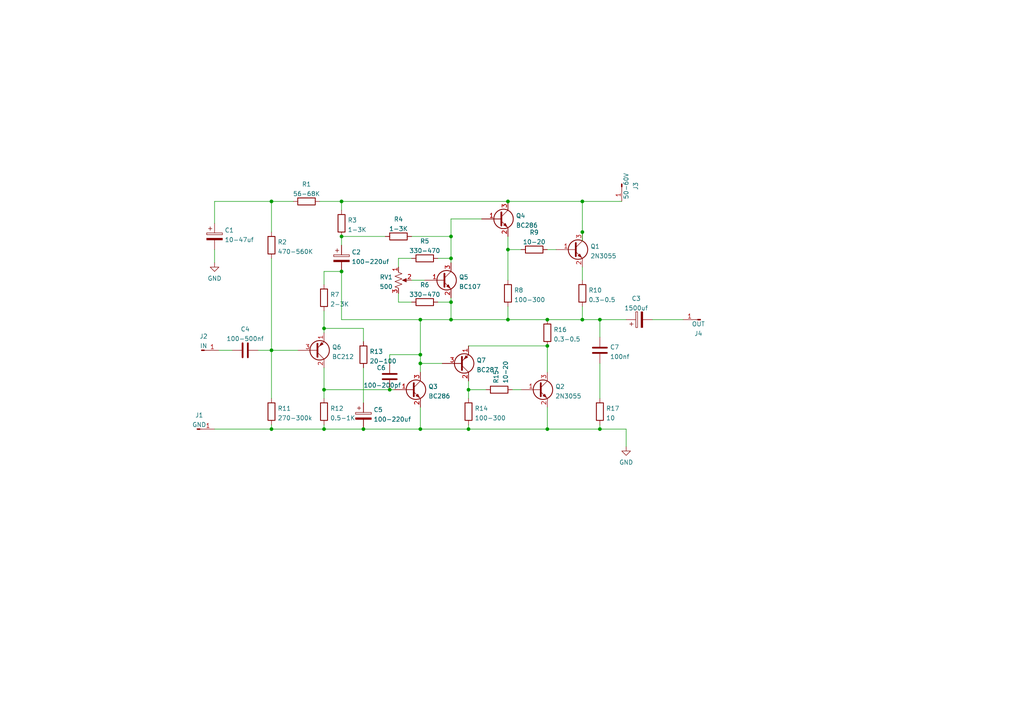
<source format=kicad_sch>
(kicad_sch (version 20211123) (generator eeschema)
  (paper "A4")
  (lib_symbols
    (symbol "Connector:Conn_01x01_Male" (pin_names (offset 1.016) hide)
      (property "Reference" "J" (at 0 2.54 0))
      (property "Value" "Conn_01x01_Male" (at 0 -2.54 0))
      (symbol "Conn_01x01_Male_1_1"
        (polyline (pts (xy 1.27 0) (xy 0.8636 0)) (stroke (width 0.1524)))
        (rectangle (start 0.8636 0.127) (end 0 -0.127) (stroke (width 0.1524)) (fill (type outline)))
        (pin passive line (at 5.08 0 180) (length 3.81) (name "Pin_1") (number "1"))
      )
    )
    (symbol "Device:C" (pin_numbers hide) (pin_names (offset 0.254))
      (property "Reference" "C" (at 0.635 2.54 0))
      (property "Value" "C" (at 0.635 -2.54 0))
      (symbol "C_0_1"
        (polyline (pts (xy -2.032 -0.762) (xy 2.032 -0.762)) (stroke (width 0.508)))
        (polyline (pts (xy -2.032 0.762) (xy 2.032 0.762)) (stroke (width 0.508)))
      )
      (symbol "C_1_1"
        (pin passive line (at 0 3.81 270) (length 2.794) (name "~") (number "1"))
        (pin passive line (at 0 -3.81 90) (length 2.794) (name "~") (number "2"))
      )
    )
    (symbol "Device:C_Polarized" (pin_numbers hide) (pin_names (offset 0.254))
      (property "Reference" "C" (at 0.635 2.54 0))
      (property "Value" "C_Polarized" (at 0.635 -2.54 0))
      (symbol "C_Polarized_0_1"
        (rectangle (start -2.286 0.508) (end 2.286 1.016))
        (polyline (pts (xy -1.778 2.286) (xy -0.762 2.286)))
        (polyline (pts (xy -1.27 2.794) (xy -1.27 1.778)))
        (rectangle (start 2.286 -0.508) (end -2.286 -1.016) (fill (type outline)))
      )
      (symbol "C_Polarized_1_1"
        (pin passive line (at 0 3.81 270) (length 2.794) (name "~") (number "1"))
        (pin passive line (at 0 -3.81 90) (length 2.794) (name "~") (number "2"))
      )
    )
    (symbol "Device:Q_NPN_BEC" (pin_names (offset 0) hide)
      (property "Reference" "Q" (at 5.08 1.27 0))
      (property "Value" "Q_NPN_BEC" (at 5.08 -1.27 0))
      (symbol "Q_NPN_BEC_0_1"
        (polyline (pts (xy 0.635 0.635) (xy 2.54 2.54)))
        (polyline (pts (xy 0.635 -0.635) (xy 2.54 -2.54) (xy 2.54 -2.54)))
        (polyline (pts (xy 0.635 1.905) (xy 0.635 -1.905) (xy 0.635 -1.905)) (stroke (width 0.508)))
        (polyline (pts (xy 1.27 -1.778) (xy 1.778 -1.27) (xy 2.286 -2.286) (xy 1.27 -1.778) (xy 1.27 -1.778)) (fill (type outline)))
        (circle (center 1.27 0) (radius 2.8194) (stroke (width 0.254)))
      )
      (symbol "Q_NPN_BEC_1_1"
        (pin input line (at -5.08 0 0) (length 5.715) (name "B") (number "1"))
        (pin passive line (at 2.54 -5.08 90) (length 2.54) (name "E") (number "2"))
        (pin passive line (at 2.54 5.08 270) (length 2.54) (name "C") (number "3"))
      )
    )
    (symbol "Device:Q_PNP_ECB" (pin_names (offset 0) hide)
      (property "Reference" "Q" (at 5.08 1.27 0))
      (property "Value" "Q_PNP_ECB" (at 5.08 -1.27 0))
      (symbol "Q_PNP_ECB_0_1"
        (polyline (pts (xy 0.635 0.635) (xy 2.54 2.54)))
        (polyline (pts (xy 0.635 -0.635) (xy 2.54 -2.54) (xy 2.54 -2.54)))
        (polyline (pts (xy 0.635 1.905) (xy 0.635 -1.905) (xy 0.635 -1.905)) (stroke (width 0.508)))
        (polyline (pts (xy 2.286 -1.778) (xy 1.778 -2.286) (xy 1.27 -1.27) (xy 2.286 -1.778) (xy 2.286 -1.778)) (fill (type outline)))
        (circle (center 1.27 0) (radius 2.8194) (stroke (width 0.254)))
      )
      (symbol "Q_PNP_ECB_1_1"
        (pin passive line (at 2.54 -5.08 90) (length 2.54) (name "E") (number "1"))
        (pin passive line (at 2.54 5.08 270) (length 2.54) (name "C") (number "2"))
        (pin input line (at -5.08 0 0) (length 5.715) (name "B") (number "3"))
      )
    )
    (symbol "Device:R" (pin_numbers hide) (pin_names (offset 0))
      (property "Reference" "R" (at 2.032 0 90))
      (property "Value" "R" (at 0 0 90))
      (symbol "R_0_1"
        (rectangle (start -1.016 -2.54) (end 1.016 2.54) (stroke (width 0.254)))
      )
      (symbol "R_1_1"
        (pin passive line (at 0 3.81 270) (length 1.27) (name "~") (number "1"))
        (pin passive line (at 0 -3.81 90) (length 1.27) (name "~") (number "2"))
      )
    )
    (symbol "Device:R_Potentiometer_US" (pin_names (offset 1.016) hide)
      (property "Reference" "RV" (at -4.445 0 90))
      (property "Value" "R_Potentiometer_US" (at -2.54 0 90))
      (symbol "R_Potentiometer_US_0_1"
        (polyline (pts (xy 0 -2.286) (xy 0 -2.54)))
        (polyline (pts (xy 0 2.54) (xy 0 2.286)))
        (polyline (pts (xy 2.54 0) (xy 1.524 0)))
        (polyline (pts (xy 1.143 0) (xy 2.286 0.508) (xy 2.286 -0.508) (xy 1.143 0)) (fill (type outline)))
        (polyline (pts (xy 0 -0.762) (xy 1.016 -1.143) (xy 0 -1.524) (xy -1.016 -1.905) (xy 0 -2.286)))
        (polyline (pts (xy 0 0.762) (xy 1.016 0.381) (xy 0 0) (xy -1.016 -0.381) (xy 0 -0.762)))
        (polyline (pts (xy 0 2.286) (xy 1.016 1.905) (xy 0 1.524) (xy -1.016 1.143) (xy 0 0.762)))
      )
      (symbol "R_Potentiometer_US_1_1"
        (pin passive line (at 0 3.81 270) (length 1.27) (name "1") (number "1"))
        (pin passive line (at 3.81 0 180) (length 1.27) (name "2") (number "2"))
        (pin passive line (at 0 -3.81 90) (length 1.27) (name "3") (number "3"))
      )
    )
    (symbol "power:GND" (power) (pin_names (offset 0))
      (property "Value" "GND" (at 0 -3.81 0))
      (symbol "GND_0_1"
        (polyline (pts (xy 0 0) (xy 0 -1.27) (xy 1.27 -1.27) (xy 0 -2.54) (xy -1.27 -1.27) (xy 0 -1.27)))
      )
      (symbol "GND_1_1"
        (pin power_in line (at 0 0 270) (length 0) hide (name "GND") (number "1"))
      )
    )
  )
  (junction (at 147.32 58.42))
  (junction (at 168.91 58.42))
  (junction (at 93.98 124.46))
  (junction (at 130.81 92.71))
  (junction (at 121.92 92.71))
  (junction (at 121.92 124.46))
  (junction (at 78.74 101.6))
  (junction (at 168.91 92.71))
  (junction (at 173.99 92.71))
  (junction (at 99.06 68.58))
  (junction (at 78.74 58.42))
  (junction (at 121.92 105.41))
  (junction (at 147.32 92.71))
  (junction (at 121.92 102.87))
  (junction (at 168.91 67.31))
  (junction (at 135.89 124.46))
  (junction (at 105.41 124.46))
  (junction (at 78.74 124.46))
  (junction (at 130.81 74.93))
  (junction (at 135.89 113.03))
  (junction (at 158.75 100.33))
  (junction (at 173.99 124.46))
  (junction (at 130.81 68.58))
  (junction (at 113.03 113.03))
  (junction (at 130.81 87.63))
  (junction (at 147.32 72.39))
  (junction (at 158.75 124.46))
  (junction (at 93.98 95.25))
  (junction (at 93.98 113.03))
  (junction (at 158.75 92.71))
  (junction (at 99.06 58.42))
  (junction (at 99.06 78.74))
  (wire (pts (xy 135.89 110.49) (xy 135.89 113.03)))
  (wire (pts (xy 113.03 105.41) (xy 113.03 102.87)))
  (wire (pts (xy 114.3 113.03) (xy 113.03 113.03)))
  (wire (pts (xy 168.91 69.85) (xy 168.91 67.31)))
  (wire (pts (xy 147.32 72.39) (xy 151.13 72.39)))
  (wire (pts (xy 158.75 100.33) (xy 158.75 107.95)))
  (wire (pts (xy 119.38 74.93) (xy 115.57 74.93)))
  (wire (pts (xy 130.81 68.58) (xy 130.81 74.93)))
  (wire (pts (xy 189.23 92.71) (xy 198.12 92.71)))
  (wire (pts (xy 158.75 118.11) (xy 158.75 124.46)))
  (wire (pts (xy 99.06 78.74) (xy 99.06 92.71)))
  (wire (pts (xy 130.81 63.5) (xy 130.81 68.58)))
  (wire (pts (xy 115.57 74.93) (xy 115.57 77.47)))
  (wire (pts (xy 99.06 68.58) (xy 111.76 68.58)))
  (wire (pts (xy 78.74 58.42) (xy 85.09 58.42)))
  (wire (pts (xy 119.38 81.28) (xy 123.19 81.28)))
  (wire (pts (xy 135.89 123.19) (xy 135.89 124.46)))
  (wire (pts (xy 93.98 123.19) (xy 93.98 124.46)))
  (wire (pts (xy 127 87.63) (xy 130.81 87.63)))
  (wire (pts (xy 168.91 58.42) (xy 180.34 58.42)))
  (wire (pts (xy 135.89 113.03) (xy 140.97 113.03)))
  (wire (pts (xy 93.98 78.74) (xy 99.06 78.74)))
  (wire (pts (xy 93.98 106.68) (xy 93.98 113.03)))
  (wire (pts (xy 63.5 101.6) (xy 67.31 101.6)))
  (wire (pts (xy 62.23 64.77) (xy 62.23 58.42)))
  (wire (pts (xy 105.41 124.46) (xy 93.98 124.46)))
  (wire (pts (xy 147.32 68.58) (xy 147.32 72.39)))
  (wire (pts (xy 121.92 118.11) (xy 121.92 124.46)))
  (wire (pts (xy 115.57 85.09) (xy 115.57 87.63)))
  (wire (pts (xy 181.61 129.54) (xy 181.61 124.46)))
  (wire (pts (xy 158.75 92.71) (xy 168.91 92.71)))
  (wire (pts (xy 135.89 113.03) (xy 135.89 115.57)))
  (wire (pts (xy 173.99 92.71) (xy 181.61 92.71)))
  (wire (pts (xy 130.81 87.63) (xy 130.81 92.71)))
  (wire (pts (xy 173.99 124.46) (xy 158.75 124.46)))
  (wire (pts (xy 92.71 58.42) (xy 99.06 58.42)))
  (wire (pts (xy 93.98 95.25) (xy 93.98 96.52)))
  (wire (pts (xy 99.06 58.42) (xy 99.06 60.96)))
  (wire (pts (xy 147.32 72.39) (xy 147.32 81.28)))
  (wire (pts (xy 78.74 101.6) (xy 86.36 101.6)))
  (wire (pts (xy 121.92 105.41) (xy 128.27 105.41)))
  (wire (pts (xy 105.41 116.84) (xy 105.41 106.68)))
  (wire (pts (xy 168.91 88.9) (xy 168.91 92.71)))
  (wire (pts (xy 158.75 72.39) (xy 161.29 72.39)))
  (wire (pts (xy 173.99 92.71) (xy 173.99 97.79)))
  (wire (pts (xy 99.06 58.42) (xy 147.32 58.42)))
  (wire (pts (xy 78.74 123.19) (xy 78.74 124.46)))
  (wire (pts (xy 74.93 101.6) (xy 78.74 101.6)))
  (wire (pts (xy 115.57 87.63) (xy 119.38 87.63)))
  (wire (pts (xy 173.99 105.41) (xy 173.99 115.57)))
  (wire (pts (xy 121.92 92.71) (xy 121.92 102.87)))
  (wire (pts (xy 147.32 88.9) (xy 147.32 92.71)))
  (wire (pts (xy 173.99 123.19) (xy 173.99 124.46)))
  (wire (pts (xy 130.81 86.36) (xy 130.81 87.63)))
  (wire (pts (xy 147.32 92.71) (xy 158.75 92.71)))
  (wire (pts (xy 78.74 74.93) (xy 78.74 101.6)))
  (wire (pts (xy 181.61 124.46) (xy 173.99 124.46)))
  (wire (pts (xy 147.32 58.42) (xy 168.91 58.42)))
  (wire (pts (xy 113.03 113.03) (xy 93.98 113.03)))
  (wire (pts (xy 168.91 77.47) (xy 168.91 81.28)))
  (wire (pts (xy 105.41 95.25) (xy 93.98 95.25)))
  (wire (pts (xy 121.92 105.41) (xy 121.92 107.95)))
  (wire (pts (xy 62.23 72.39) (xy 62.23 76.2)))
  (wire (pts (xy 121.92 124.46) (xy 105.41 124.46)))
  (wire (pts (xy 121.92 102.87) (xy 121.92 105.41)))
  (wire (pts (xy 78.74 101.6) (xy 78.74 115.57)))
  (wire (pts (xy 130.81 74.93) (xy 130.81 76.2)))
  (wire (pts (xy 121.92 92.71) (xy 130.81 92.71)))
  (wire (pts (xy 130.81 92.71) (xy 147.32 92.71)))
  (wire (pts (xy 99.06 92.71) (xy 121.92 92.71)))
  (wire (pts (xy 135.89 124.46) (xy 121.92 124.46)))
  (wire (pts (xy 78.74 58.42) (xy 78.74 67.31)))
  (wire (pts (xy 62.23 58.42) (xy 78.74 58.42)))
  (wire (pts (xy 93.98 124.46) (xy 78.74 124.46)))
  (wire (pts (xy 93.98 113.03) (xy 93.98 115.57)))
  (wire (pts (xy 93.98 90.17) (xy 93.98 95.25)))
  (wire (pts (xy 119.38 68.58) (xy 130.81 68.58)))
  (wire (pts (xy 135.89 100.33) (xy 158.75 100.33)))
  (wire (pts (xy 99.06 68.58) (xy 99.06 71.12)))
  (wire (pts (xy 78.74 124.46) (xy 62.23 124.46)))
  (wire (pts (xy 113.03 102.87) (xy 121.92 102.87)))
  (wire (pts (xy 158.75 124.46) (xy 135.89 124.46)))
  (wire (pts (xy 168.91 67.31) (xy 168.91 58.42)))
  (wire (pts (xy 139.7 63.5) (xy 130.81 63.5)))
  (wire (pts (xy 168.91 92.71) (xy 173.99 92.71)))
  (wire (pts (xy 127 74.93) (xy 130.81 74.93)))
  (wire (pts (xy 148.59 113.03) (xy 151.13 113.03)))
  (wire (pts (xy 105.41 99.06) (xy 105.41 95.25)))
  (wire (pts (xy 93.98 82.55) (xy 93.98 78.74)))
  (symbol (lib_id "Connector:Conn_01x01_Male") (at 58.42 101.6 0) (unit 1)
    (property "Reference" "J2" (at 59.055 97.5573 0))
    (property "Value" "IN" (at 59.055 100.3324 0))
    (property "Footprint" "Connector_Wire:SolderWire-1.5sqmm_1x01_D1.7mm_OD3.9mm" (effects hide))
  )
  (symbol (lib_id "Device:C_Polarized") (at 99.06 74.93 0) (unit 1)
    (property "Reference" "C2" (at 101.981 73.1325 0) (effects (justify left)))
    (property "Value" "100-220uf" (at 101.981 75.9076 0) (effects (justify left)))
    (property "Footprint" "Capacitor_THT:CP_Radial_D10.0mm_P5.00mm_P7.50mm" (effects hide))
  )
  (symbol (lib_id "Device:Q_NPN_BEC") (at 166.37 72.39 0) (unit 1)
    (property "Reference" "Q1" (at 171.2214 71.4815 0) (effects (justify left)))
    (property "Value" "2N3055" (at 171.2214 74.2566 0) (effects (justify left)))
    (property "Footprint" "Package_TO_SOT_THT:TO-3" (effects hide))
  )
  (symbol (lib_id "Device:R") (at 135.89 119.38 0) (unit 1)
    (property "Reference" "R14" (at 137.668 118.4715 0) (effects (justify left)))
    (property "Value" "100-300" (at 137.668 121.2466 0) (effects (justify left)))
    (property "Footprint" "Resistor_THT:R_Axial_DIN0207_L6.3mm_D2.5mm_P7.62mm_Horizontal" (effects hide))
  )
  (symbol (lib_id "Device:R") (at 123.19 74.93 90) (unit 1)
    (property "Reference" "R5" (at 123.19 69.9475 90))
    (property "Value" "330-470" (at 123.19 72.7226 90))
    (property "Footprint" "Resistor_THT:R_Axial_DIN0207_L6.3mm_D2.5mm_P7.62mm_Horizontal" (effects hide))
  )
  (symbol (lib_id "power:GND") (at 181.61 129.54 0) (unit 1)
    (property "Reference" "#PWR0101" (effects hide))
    (property "Value" "GND" (at 181.61 134.1025 0))
  )
  (symbol (lib_id "Device:Q_PNP_ECB") (at 133.35 105.41 0) (mirror x) (unit 1)
    (property "Reference" "Q7" (at 138.2014 104.5015 0) (effects (justify left)))
    (property "Value" "BC287" (at 138.2014 107.2766 0) (effects (justify left)))
    (property "Footprint" "Package_TO_SOT_THT:TO-39-3" (effects hide))
  )
  (symbol (lib_id "Device:R") (at 158.75 96.52 0) (unit 1)
    (property "Reference" "R16" (at 160.528 95.6115 0) (effects (justify left)))
    (property "Value" "0.3-0.5" (at 160.528 98.3866 0) (effects (justify left)))
    (property "Footprint" "Resistor_THT:R_Axial_Power_L25.0mm_W9.0mm_P27.94mm" (effects hide))
  )
  (symbol (lib_id "Device:R") (at 105.41 102.87 0) (unit 1)
    (property "Reference" "R13" (at 107.188 101.9615 0) (effects (justify left)))
    (property "Value" "20-100" (at 107.188 104.7366 0) (effects (justify left)))
    (property "Footprint" "Resistor_THT:R_Axial_DIN0207_L6.3mm_D2.5mm_P7.62mm_Horizontal" (effects hide))
  )
  (symbol (lib_id "Device:R") (at 78.74 71.12 0) (unit 1)
    (property "Reference" "R2" (at 80.518 70.2115 0) (effects (justify left)))
    (property "Value" "470-560K" (at 80.518 72.9866 0) (effects (justify left)))
    (property "Footprint" "Resistor_THT:R_Axial_DIN0207_L6.3mm_D2.5mm_P7.62mm_Horizontal" (effects hide))
  )
  (symbol (lib_id "Device:Q_NPN_BEC") (at 144.78 63.5 0) (unit 1)
    (property "Reference" "Q4" (at 149.6314 62.5915 0) (effects (justify left)))
    (property "Value" "BC286" (at 149.6314 65.3666 0) (effects (justify left)))
    (property "Footprint" "Package_TO_SOT_THT:TO-39-3" (effects hide))
  )
  (symbol (lib_id "Device:R") (at 78.74 119.38 0) (unit 1)
    (property "Reference" "R11" (at 80.518 118.4715 0) (effects (justify left)))
    (property "Value" "270-300k" (at 80.518 121.2466 0) (effects (justify left)))
    (property "Footprint" "Resistor_THT:R_Axial_DIN0207_L6.3mm_D2.5mm_P7.62mm_Horizontal" (effects hide))
  )
  (symbol (lib_id "Connector:Conn_01x01_Male") (at 57.15 124.46 0) (unit 1)
    (property "Reference" "J1" (at 57.785 120.4173 0))
    (property "Value" "GND" (at 57.785 123.1924 0))
    (property "Footprint" "Custom Library:M4_Screw_Terminal" (effects hide))
  )
  (symbol (lib_id "Device:C") (at 113.03 109.22 0) (unit 1)
    (property "Reference" "C6" (at 109.22 106.68 0) (effects (justify left)))
    (property "Value" "100-200pf" (at 105.41 111.76 0) (effects (justify left)))
    (property "Footprint" "Capacitor_THT:C_Rect_L7.2mm_W4.5mm_P5.00mm_FKS2_FKP2_MKS2_MKP2" (effects hide))
  )
  (symbol (lib_id "Device:Q_NPN_BEC") (at 156.21 113.03 0) (unit 1)
    (property "Reference" "Q2" (at 161.0614 112.1215 0) (effects (justify left)))
    (property "Value" "2N3055" (at 161.0614 114.8966 0) (effects (justify left)))
    (property "Footprint" "Package_TO_SOT_THT:TO-3" (effects hide))
  )
  (symbol (lib_id "Device:R") (at 147.32 85.09 0) (unit 1)
    (property "Reference" "R8" (at 149.098 84.1815 0) (effects (justify left)))
    (property "Value" "100-300" (at 149.098 86.9566 0) (effects (justify left)))
    (property "Footprint" "Resistor_THT:R_Axial_DIN0207_L6.3mm_D2.5mm_P7.62mm_Horizontal" (effects hide))
  )
  (symbol (lib_id "Device:C_Polarized") (at 185.42 92.71 90) (unit 1)
    (property "Reference" "C3" (at 184.531 86.5845 90))
    (property "Value" "1500uf" (at 184.531 89.3596 90))
    (property "Footprint" "Capacitor_THT:CP_Radial_D18.0mm_P7.50mm" (effects hide))
  )
  (symbol (lib_id "Connector:Conn_01x01_Male") (at 203.2 92.71 180) (unit 1)
    (property "Reference" "J4" (at 202.565 96.7527 0))
    (property "Value" "OUT" (at 202.565 93.9776 0))
    (property "Footprint" "Custom Library:M4_Screw_Terminal" (effects hide))
  )
  (symbol (lib_id "Device:Q_NPN_BEC") (at 128.27 81.28 0) (unit 1)
    (property "Reference" "Q5" (at 133.1214 80.3715 0) (effects (justify left)))
    (property "Value" "BC107" (at 133.1214 83.1466 0) (effects (justify left)))
    (property "Footprint" "Package_TO_SOT_THT:TO-18-3" (effects hide))
  )
  (symbol (lib_id "Device:R") (at 173.99 119.38 0) (unit 1)
    (property "Reference" "R17" (at 175.768 118.4715 0) (effects (justify left)))
    (property "Value" "10" (at 175.768 121.2466 0) (effects (justify left)))
    (property "Footprint" "Resistor_THT:R_Axial_DIN0207_L6.3mm_D2.5mm_P7.62mm_Horizontal" (effects hide))
  )
  (symbol (lib_id "power:GND") (at 62.23 76.2 0) (unit 1)
    (property "Reference" "#PWR0102" (effects hide))
    (property "Value" "GND" (at 62.23 80.7625 0))
  )
  (symbol (lib_id "Device:R_Potentiometer_US") (at 115.57 81.28 0) (unit 1)
    (property "Reference" "RV1" (at 113.919 80.3715 0) (effects (justify right)))
    (property "Value" "500" (at 113.919 83.1466 0) (effects (justify right)))
    (property "Footprint" "Potentiometer_THT:Potentiometer_Bourns_3296W_Vertical" (effects hide))
  )
  (symbol (lib_id "Device:R") (at 93.98 86.36 0) (unit 1)
    (property "Reference" "R7" (at 95.758 85.4515 0) (effects (justify left)))
    (property "Value" "2-3K" (at 95.758 88.2266 0) (effects (justify left)))
    (property "Footprint" "Resistor_THT:R_Axial_DIN0207_L6.3mm_D2.5mm_P7.62mm_Horizontal" (effects hide))
  )
  (symbol (lib_id "Device:C") (at 173.99 101.6 0) (unit 1)
    (property "Reference" "C7" (at 176.911 100.6915 0) (effects (justify left)))
    (property "Value" "100nf" (at 176.911 103.4666 0) (effects (justify left)))
    (property "Footprint" "Capacitor_THT:C_Rect_L7.2mm_W4.5mm_P5.00mm_FKS2_FKP2_MKS2_MKP2" (effects hide))
  )
  (symbol (lib_id "Device:C") (at 71.12 101.6 90) (unit 1)
    (property "Reference" "C4" (at 71.12 95.4745 90))
    (property "Value" "100-500nf" (at 71.12 98.2496 90))
    (property "Footprint" "Capacitor_THT:C_Rect_L7.2mm_W4.5mm_P5.00mm_FKS2_FKP2_MKS2_MKP2" (effects hide))
  )
  (symbol (lib_id "Device:R") (at 168.91 85.09 0) (unit 1)
    (property "Reference" "R10" (at 170.688 84.1815 0) (effects (justify left)))
    (property "Value" "0.3-0.5" (at 170.688 86.9566 0) (effects (justify left)))
    (property "Footprint" "Resistor_THT:R_Axial_Power_L25.0mm_W9.0mm_P27.94mm" (effects hide))
  )
  (symbol (lib_id "Device:R") (at 88.9 58.42 90) (unit 1)
    (property "Reference" "R1" (at 88.9 53.4375 90))
    (property "Value" "56-68K" (at 88.9 56.2126 90))
    (property "Footprint" "Resistor_THT:R_Axial_DIN0207_L6.3mm_D2.5mm_P7.62mm_Horizontal" (effects hide))
  )
  (symbol (lib_id "Device:R") (at 99.06 64.77 0) (unit 1)
    (property "Reference" "R3" (at 100.838 63.8615 0) (effects (justify left)))
    (property "Value" "1-3K" (at 100.838 66.6366 0) (effects (justify left)))
    (property "Footprint" "Resistor_THT:R_Axial_DIN0207_L6.3mm_D2.5mm_P7.62mm_Horizontal" (effects hide))
  )
  (symbol (lib_id "Device:R") (at 93.98 119.38 0) (unit 1)
    (property "Reference" "R12" (at 95.758 118.4715 0) (effects (justify left)))
    (property "Value" "0.5-1K" (at 95.758 121.2466 0) (effects (justify left)))
    (property "Footprint" "Resistor_THT:R_Axial_DIN0207_L6.3mm_D2.5mm_P7.62mm_Horizontal" (effects hide))
  )
  (symbol (lib_id "Device:R") (at 144.78 113.03 90) (unit 1)
    (property "Reference" "R15" (at 143.8715 111.252 0) (effects (justify left)))
    (property "Value" "10-20" (at 146.6466 111.252 0) (effects (justify left)))
    (property "Footprint" "Resistor_THT:R_Axial_DIN0207_L6.3mm_D2.5mm_P7.62mm_Horizontal" (effects hide))
  )
  (symbol (lib_id "Device:R") (at 154.94 72.39 90) (unit 1)
    (property "Reference" "R9" (at 154.94 67.4075 90))
    (property "Value" "10-20" (at 154.94 70.1826 90))
    (property "Footprint" "Resistor_THT:R_Axial_DIN0207_L6.3mm_D2.5mm_P7.62mm_Horizontal" (effects hide))
  )
  (symbol (lib_id "Device:Q_PNP_ECB") (at 91.44 101.6 0) (mirror x) (unit 1)
    (property "Reference" "Q6" (at 96.2914 100.6915 0) (effects (justify left)))
    (property "Value" "BC212" (at 96.2914 103.4666 0) (effects (justify left)))
    (property "Footprint" "Package_TO_SOT_THT:TO-92L_Inline_Wide" (effects hide))
  )
  (symbol (lib_id "Device:R") (at 123.19 87.63 270) (unit 1)
    (property "Reference" "R6" (at 123.19 82.6475 90))
    (property "Value" "330-470" (at 123.19 85.4226 90))
    (property "Footprint" "Resistor_THT:R_Axial_DIN0207_L6.3mm_D2.5mm_P7.62mm_Horizontal" (effects hide))
  )
  (symbol (lib_id "Device:C_Polarized") (at 105.41 120.65 0) (unit 1)
    (property "Reference" "C5" (at 108.331 118.8525 0) (effects (justify left)))
    (property "Value" "100-220uf" (at 108.331 121.6276 0) (effects (justify left)))
    (property "Footprint" "Capacitor_THT:CP_Radial_D10.0mm_P5.00mm_P7.50mm" (effects hide))
  )
  (symbol (lib_id "Device:Q_NPN_BEC") (at 119.38 113.03 0) (unit 1)
    (property "Reference" "Q3" (at 124.2314 112.1215 0) (effects (justify left)))
    (property "Value" "BC286" (at 124.2314 114.8966 0) (effects (justify left)))
    (property "Footprint" "Package_TO_SOT_THT:TO-39-3" (effects hide))
  )
  (symbol (lib_id "Device:C_Polarized") (at 62.23 68.58 0) (unit 1)
    (property "Reference" "C1" (at 65.151 66.7825 0) (effects (justify left)))
    (property "Value" "10-47uf" (at 65.151 69.5576 0) (effects (justify left)))
    (property "Footprint" "Capacitor_THT:CP_Radial_D10.0mm_P5.00mm_P7.50mm" (effects hide))
  )
  (symbol (lib_id "Connector:Conn_01x01_Male") (at 180.34 53.34 270) (unit 1)
    (property "Reference" "J3" (at 184.3827 53.975 0))
    (property "Value" "50-60V" (at 181.6076 53.975 0))
    (property "Footprint" "Custom Library:M4_Screw_Terminal" (effects hide))
  )
  (symbol (lib_id "Device:R") (at 115.57 68.58 90) (unit 1)
    (property "Reference" "R4" (at 115.57 63.5975 90))
    (property "Value" "1-3K" (at 115.57 66.3726 90))
    (property "Footprint" "Resistor_THT:R_Axial_DIN0207_L6.3mm_D2.5mm_P7.62mm_Horizontal" (effects hide))
  )
)
</source>
